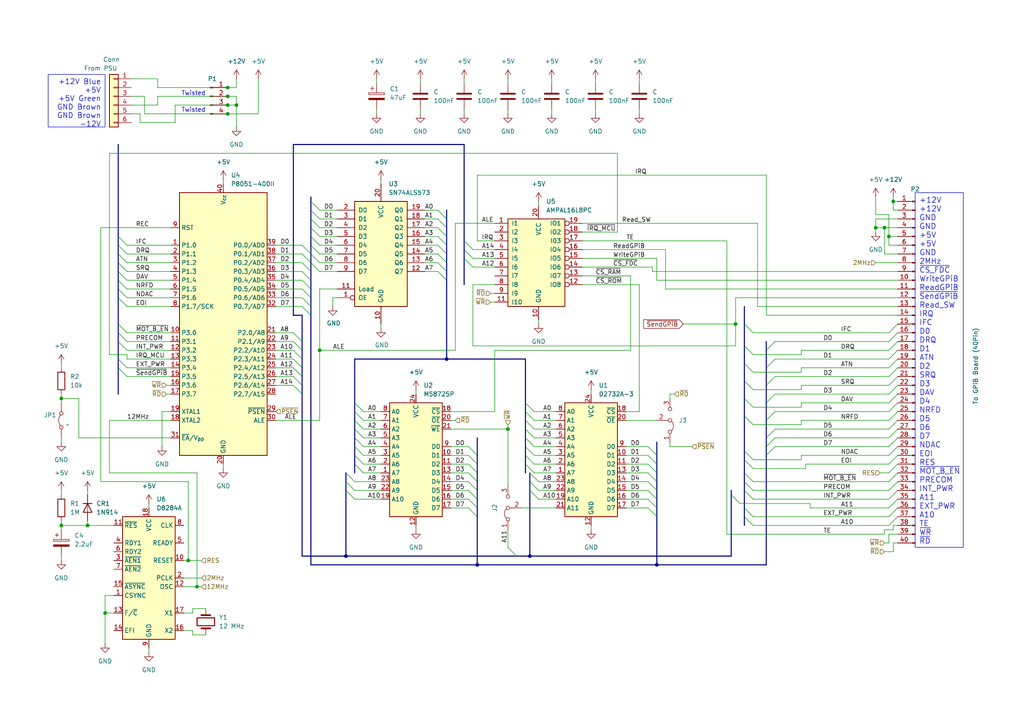
<source format=kicad_sch>
(kicad_sch (version 20231120) (generator "eeschema") (generator_version "8.0")
  (paper "A4")
  (title_block (company "JDat aka YL3AKC"))
  (junction (at 147.32 124.46))
  (junction (at 92.71 101.6))
  (junction (at 100.33 161.29))
  (junction (at 66.04 27.94))
  (junction (at 17.78 115.57))
  (junction (at 57.15 170.18))
  (junction (at 30.48 177.8))
  (junction (at 190.5 163.83))
  (junction (at 254 66.04))
  (junction (at 213.36 93.98))
  (junction (at 257.81 68.58))
  (junction (at 68.58 30.48))
  (junction (at 66.04 33.02))
  (junction (at 17.78 152.4))
  (junction (at 66.04 25.4))
  (junction (at 129.54 104.14))
  (junction (at 153.67 161.29))
  (junction (at 54.61 162.56))
  (junction (at 25.4 152.4))
  (junction (at 138.43 163.83))
  (junction (at 256.54 66.04))
  (junction (at 66.04 30.48))
  (junction (at 259.08 58.42))
  (bus_entry (at 222.25 116.84) (size 2.54 -2.54))
  (bus_entry (at 152.4 127) (size 2.54 2.54))
  (bus_entry (at 222.25 127) (size 2.54 -2.54))
  (bus_entry (at 152.4 132.08) (size 2.54 2.54))
  (bus_entry (at 257.81 114.3) (size 2.54 -2.54))
  (bus_entry (at 257.81 144.78) (size 2.54 -2.54))
  (bus_entry (at 135.89 139.7) (size 2.54 2.54))
  (bus_entry (at 215.9 110.49) (size 2.54 2.54))
  (bus_entry (at 102.87 121.92) (size 2.54 2.54))
  (bus_entry (at 257.81 152.4) (size 2.54 -2.54))
  (bus_entry (at 187.96 142.24) (size 2.54 2.54))
  (bus_entry (at 85.09 104.14) (size 2.54 2.54))
  (bus_entry (at 257.81 134.62) (size 2.54 -2.54))
  (bus_entry (at 257.81 147.32) (size 2.54 -2.54))
  (bus_entry (at 127 63.5) (size 2.54 2.54))
  (bus_entry (at 87.63 71.12) (size 2.54 2.54))
  (bus_entry (at 85.09 96.52) (size 2.54 2.54))
  (bus_entry (at 134.62 74.93) (size 2.54 2.54))
  (bus_entry (at 257.81 119.38) (size 2.54 -2.54))
  (bus_entry (at 257.81 109.22) (size 2.54 -2.54))
  (bus_entry (at 152.4 134.62) (size 2.54 2.54))
  (bus_entry (at 187.96 139.7) (size 2.54 2.54))
  (bus_entry (at 215.9 115.57) (size 2.54 2.54))
  (bus_entry (at 222.25 101.6) (size 2.54 -2.54))
  (bus_entry (at 257.81 121.92) (size 2.54 -2.54))
  (bus_entry (at 90.17 68.58) (size 2.54 2.54))
  (bus_entry (at 257.81 142.24) (size 2.54 -2.54))
  (bus_entry (at 127 71.12) (size 2.54 2.54))
  (bus_entry (at 257.81 106.68) (size 2.54 -2.54))
  (bus_entry (at 87.63 78.74) (size 2.54 2.54))
  (bus_entry (at 222.25 111.76) (size 2.54 -2.54))
  (bus_entry (at 102.87 127) (size 2.54 2.54))
  (bus_entry (at 135.89 144.78) (size 2.54 2.54))
  (bus_entry (at 257.81 116.84) (size 2.54 -2.54))
  (bus_entry (at 222.25 132.08) (size 2.54 -2.54))
  (bus_entry (at 34.29 76.2) (size 2.54 2.54))
  (bus_entry (at 90.17 60.96) (size 2.54 2.54))
  (bus_entry (at 135.89 129.54) (size 2.54 2.54))
  (bus_entry (at 100.33 142.24) (size 2.54 2.54))
  (bus_entry (at 102.87 129.54) (size 2.54 2.54))
  (bus_entry (at 152.4 119.38) (size 2.54 2.54))
  (bus_entry (at 187.96 144.78) (size 2.54 2.54))
  (bus_entry (at 85.09 99.06) (size 2.54 2.54))
  (bus_entry (at 85.09 109.22) (size 2.54 2.54))
  (bus_entry (at 152.4 116.84) (size 2.54 2.54))
  (bus_entry (at 102.87 119.38) (size 2.54 2.54))
  (bus_entry (at 102.87 116.84) (size 2.54 2.54))
  (bus_entry (at 34.29 68.58) (size 2.54 2.54))
  (bus_entry (at 257.81 137.16) (size 2.54 -2.54))
  (bus_entry (at 153.67 142.24) (size 2.54 2.54))
  (bus_entry (at 127 68.58) (size 2.54 2.54))
  (bus_entry (at 127 60.96) (size 2.54 2.54))
  (bus_entry (at 134.62 72.39) (size 2.54 2.54))
  (bus_entry (at 215.9 100.33) (size 2.54 2.54))
  (bus_entry (at 215.9 147.32) (size 2.54 2.54))
  (bus_entry (at 90.17 66.04) (size 2.54 2.54))
  (bus_entry (at 90.17 71.12) (size 2.54 2.54))
  (bus_entry (at 85.09 106.68) (size 2.54 2.54))
  (bus_entry (at 187.96 134.62) (size 2.54 2.54))
  (bus_entry (at 222.25 121.92) (size 2.54 -2.54))
  (bus_entry (at 257.81 129.54) (size 2.54 -2.54))
  (bus_entry (at 135.89 137.16) (size 2.54 2.54))
  (bus_entry (at 134.62 69.85) (size 2.54 2.54))
  (bus_entry (at 34.29 73.66) (size 2.54 2.54))
  (bus_entry (at 90.17 73.66) (size 2.54 2.54))
  (bus_entry (at 127 73.66) (size 2.54 2.54))
  (bus_entry (at 34.29 71.12) (size 2.54 2.54))
  (bus_entry (at 153.67 137.16) (size 2.54 2.54))
  (bus_entry (at 147.32 158.75) (size 2.54 2.54))
  (bus_entry (at 257.81 101.6) (size 2.54 -2.54))
  (bus_entry (at 127 76.2) (size 2.54 2.54))
  (bus_entry (at 87.63 76.2) (size 2.54 2.54))
  (bus_entry (at 152.4 129.54) (size 2.54 2.54))
  (bus_entry (at 212.09 143.51) (size 2.54 2.54))
  (bus_entry (at 102.87 132.08) (size 2.54 2.54))
  (bus_entry (at 215.9 149.86) (size 2.54 2.54))
  (bus_entry (at 34.29 81.28) (size 2.54 2.54))
  (bus_entry (at 34.29 104.14) (size 2.54 2.54))
  (bus_entry (at 90.17 63.5) (size 2.54 2.54))
  (bus_entry (at 127 66.04) (size 2.54 2.54))
  (bus_entry (at 100.33 139.7) (size 2.54 2.54))
  (bus_entry (at 127 78.74) (size 2.54 2.54))
  (bus_entry (at 215.9 120.65) (size 2.54 2.54))
  (bus_entry (at 135.89 134.62) (size 2.54 2.54))
  (bus_entry (at 34.29 78.74) (size 2.54 2.54))
  (bus_entry (at 257.81 139.7) (size 2.54 -2.54))
  (bus_entry (at 187.96 137.16) (size 2.54 2.54))
  (bus_entry (at 100.33 137.16) (size 2.54 2.54))
  (bus_entry (at 87.63 81.28) (size 2.54 2.54))
  (bus_entry (at 152.4 121.92) (size 2.54 2.54))
  (bus_entry (at 152.4 124.46) (size 2.54 2.54))
  (bus_entry (at 257.81 124.46) (size 2.54 -2.54))
  (bus_entry (at 135.89 132.08) (size 2.54 2.54))
  (bus_entry (at 215.9 137.16) (size 2.54 2.54))
  (bus_entry (at 34.29 83.82) (size 2.54 2.54))
  (bus_entry (at 34.29 106.68) (size 2.54 2.54))
  (bus_entry (at 34.29 86.36) (size 2.54 2.54))
  (bus_entry (at 153.67 139.7) (size 2.54 2.54))
  (bus_entry (at 87.63 88.9) (size 2.54 2.54))
  (bus_entry (at 257.81 104.14) (size 2.54 -2.54))
  (bus_entry (at 257.81 149.86) (size 2.54 -2.54))
  (bus_entry (at 135.89 142.24) (size 2.54 2.54))
  (bus_entry (at 257.81 132.08) (size 2.54 -2.54))
  (bus_entry (at 34.29 96.52) (size 2.54 2.54))
  (bus_entry (at 257.81 99.06) (size 2.54 -2.54))
  (bus_entry (at 222.25 106.68) (size 2.54 -2.54))
  (bus_entry (at 102.87 134.62) (size 2.54 2.54))
  (bus_entry (at 257.81 127) (size 2.54 -2.54))
  (bus_entry (at 135.89 147.32) (size 2.54 2.54))
  (bus_entry (at 102.87 124.46) (size 2.54 2.54))
  (bus_entry (at 257.81 111.76) (size 2.54 -2.54))
  (bus_entry (at 215.9 93.98) (size 2.54 2.54))
  (bus_entry (at 187.96 129.54) (size 2.54 2.54))
  (bus_entry (at 87.63 86.36) (size 2.54 2.54))
  (bus_entry (at 85.09 101.6) (size 2.54 2.54))
  (bus_entry (at 34.29 99.06) (size 2.54 2.54))
  (bus_entry (at 187.96 132.08) (size 2.54 2.54))
  (bus_entry (at 187.96 147.32) (size 2.54 2.54))
  (bus_entry (at 215.9 142.24) (size 2.54 2.54))
  (bus_entry (at 215.9 133.35) (size 2.54 2.54))
  (bus_entry (at 215.9 105.41) (size 2.54 2.54))
  (bus_entry (at 90.17 58.42) (size 2.54 2.54))
  (bus_entry (at 215.9 130.81) (size 2.54 2.54))
  (bus_entry (at 85.09 111.76) (size 2.54 2.54))
  (bus_entry (at 257.81 96.52) (size 2.54 -2.54))
  (bus_entry (at 87.63 73.66) (size 2.54 2.54))
  (bus_entry (at 34.29 93.98) (size 2.54 2.54))
  (bus_entry (at 222.25 129.54) (size 2.54 -2.54))
  (bus_entry (at 215.9 139.7) (size 2.54 2.54))
  (bus_entry (at 87.63 83.82) (size 2.54 2.54))
  (bus_entry (at 90.17 76.2) (size 2.54 2.54))
  (bus (pts (xy 102.87 124.46) (xy 102.87 127)))
  (bus (pts (xy 190.5 142.24) (xy 190.5 144.78)))
  (wire (pts (xy 256.54 66.04) (xy 260.35 66.04)))
  (wire (pts (xy 181.61 134.62) (xy 187.96 134.62)))
  (wire (pts (xy 121.92 33.02) (xy 121.92 31.75)))
  (bus (pts (xy 90.17 57.15) (xy 90.17 58.42)))
  (bus (pts (xy 190.5 149.86) (xy 190.5 163.83)))
  (wire (pts (xy 105.41 127) (xy 110.49 127)))
  (wire (pts (xy 17.78 114.3) (xy 17.78 115.57)))
  (wire (pts (xy 218.44 133.35) (xy 232.41 133.35)))
  (wire (pts (xy 53.34 170.18) (xy 57.15 170.18)))
  (wire (pts (xy 218.44 113.03) (xy 232.41 113.03)))
  (wire (pts (xy 25.4 142.24) (xy 25.4 143.51)))
  (wire (pts (xy 64.77 135.89) (xy 64.77 134.62)))
  (wire (pts (xy 260.35 81.28) (xy 190.5 81.28)))
  (wire (pts (xy 189.23 77.47) (xy 168.91 77.47)))
  (wire (pts (xy 137.16 100.33) (xy 137.16 82.55)))
  (bus (pts (xy 153.67 137.16) (xy 153.67 139.7)))
  (wire (pts (xy 123.19 71.12) (xy 127 71.12)))
  (wire (pts (xy 256.54 157.48) (xy 257.81 157.48)))
  (bus (pts (xy 152.4 116.84) (xy 152.4 104.14)))
  (wire (pts (xy 121.92 22.86) (xy 121.92 24.13)))
  (wire (pts (xy 80.01 78.74) (xy 87.63 78.74)))
  (wire (pts (xy 195.58 114.3) (xy 194.31 114.3)))
  (wire (pts (xy 80.01 111.76) (xy 85.09 111.76)))
  (wire (pts (xy 218.44 135.89) (xy 233.68 135.89)))
  (wire (pts (xy 160.02 33.02) (xy 160.02 31.75)))
  (wire (pts (xy 224.79 127) (xy 257.81 127)))
  (wire (pts (xy 218.44 152.4) (xy 257.81 152.4)))
  (wire (pts (xy 210.82 69.85) (xy 210.82 154.94)))
  (bus (pts (xy 87.63 99.06) (xy 87.63 101.6)))
  (bus (pts (xy 129.54 104.14) (xy 152.4 104.14)))
  (wire (pts (xy 123.19 66.04) (xy 127 66.04)))
  (wire (pts (xy 260.35 88.9) (xy 219.71 88.9)))
  (bus (pts (xy 90.17 73.66) (xy 90.17 76.2)))
  (bus (pts (xy 129.54 78.74) (xy 129.54 81.28)))
  (bus (pts (xy 87.63 91.44) (xy 85.09 91.44)))
  (bus (pts (xy 190.5 144.78) (xy 190.5 147.32)))
  (bus (pts (xy 34.29 93.98) (xy 34.29 86.36)))
  (wire (pts (xy 257.81 121.92) (xy 232.41 121.92)))
  (wire (pts (xy 130.81 124.46) (xy 147.32 124.46)))
  (wire (pts (xy 132.08 64.77) (xy 132.08 101.6)))
  (wire (pts (xy 181.61 119.38) (xy 185.42 119.38)))
  (bus (pts (xy 215.9 93.98) (xy 215.9 100.33)))
  (bus (pts (xy 100.33 142.24) (xy 100.33 161.29)))
  (wire (pts (xy 256.54 154.94) (xy 210.82 154.94)))
  (wire (pts (xy 46.99 119.38) (xy 46.99 129.54)))
  (wire (pts (xy 92.71 101.6) (xy 92.71 83.82)))
  (wire (pts (xy 213.36 93.98) (xy 213.36 100.33)))
  (wire (pts (xy 224.79 109.22) (xy 257.81 109.22)))
  (wire (pts (xy 31.75 44.45) (xy 179.07 44.45)))
  (wire (pts (xy 80.01 88.9) (xy 87.63 88.9)))
  (wire (pts (xy 22.86 127) (xy 22.86 115.57)))
  (wire (pts (xy 80.01 83.82) (xy 87.63 83.82)))
  (wire (pts (xy 109.22 33.02) (xy 109.22 31.75)))
  (bus (pts (xy 134.62 41.91) (xy 134.62 69.85)))
  (wire (pts (xy 259.08 160.02) (xy 259.08 157.48)))
  (wire (pts (xy 181.61 144.78) (xy 187.96 144.78)))
  (wire (pts (xy 66.04 25.4) (xy 45.72 25.4)))
  (wire (pts (xy 213.36 86.36) (xy 213.36 93.98)))
  (bus (pts (xy 190.5 134.62) (xy 190.5 137.16)))
  (bus (pts (xy 138.43 144.78) (xy 138.43 147.32)))
  (bus (pts (xy 129.54 71.12) (xy 129.54 73.66)))
  (bus (pts (xy 87.63 111.76) (xy 87.63 114.3)))
  (wire (pts (xy 181.61 121.92) (xy 190.5 121.92)))
  (wire (pts (xy 36.83 106.68) (xy 49.53 106.68)))
  (wire (pts (xy 234.95 147.32) (xy 257.81 147.32)))
  (bus (pts (xy 87.63 109.22) (xy 87.63 111.76)))
  (wire (pts (xy 45.72 27.94) (xy 66.04 27.94)))
  (bus (pts (xy 87.63 101.6) (xy 87.63 104.14)))
  (bus (pts (xy 100.33 161.29) (xy 87.63 161.29)))
  (wire (pts (xy 222.25 91.44) (xy 222.25 50.8)))
  (bus (pts (xy 34.29 71.12) (xy 34.29 68.58)))
  (wire (pts (xy 97.79 86.36) (xy 96.52 86.36)))
  (wire (pts (xy 151.13 147.32) (xy 161.29 147.32)))
  (wire (pts (xy 33.02 172.72) (xy 30.48 172.72)))
  (wire (pts (xy 48.26 111.76) (xy 49.53 111.76)))
  (bus (pts (xy 152.4 121.92) (xy 152.4 119.38)))
  (wire (pts (xy 130.81 129.54) (xy 135.89 129.54)))
  (wire (pts (xy 92.71 73.66) (xy 97.79 73.66)))
  (bus (pts (xy 34.29 73.66) (xy 34.29 71.12)))
  (wire (pts (xy 257.81 116.84) (xy 232.41 116.84)))
  (bus (pts (xy 129.54 66.04) (xy 129.54 68.58)))
  (wire (pts (xy 59.69 176.53) (xy 55.88 176.53)))
  (wire (pts (xy 105.41 137.16) (xy 110.49 137.16)))
  (wire (pts (xy 29.21 66.04) (xy 49.53 66.04)))
  (wire (pts (xy 179.07 67.31) (xy 168.91 67.31)))
  (wire (pts (xy 224.79 129.54) (xy 257.81 129.54)))
  (bus (pts (xy 222.25 129.54) (xy 222.25 132.08)))
  (bus (pts (xy 149.86 161.29) (xy 153.67 161.29)))
  (wire (pts (xy 260.35 71.12) (xy 257.81 71.12)))
  (wire (pts (xy 80.01 106.68) (xy 85.09 106.68)))
  (wire (pts (xy 30.48 177.8) (xy 30.48 186.69)))
  (wire (pts (xy 224.79 114.3) (xy 257.81 114.3)))
  (wire (pts (xy 189.23 78.74) (xy 189.23 77.47)))
  (wire (pts (xy 257.81 157.48) (xy 257.81 154.94)))
  (wire (pts (xy 232.41 116.84) (xy 232.41 118.11)))
  (wire (pts (xy 132.08 121.92) (xy 130.81 121.92)))
  (bus (pts (xy 152.4 124.46) (xy 152.4 121.92)))
  (bus (pts (xy 222.25 106.68) (xy 222.25 111.76)))
  (wire (pts (xy 181.61 137.16) (xy 187.96 137.16)))
  (bus (pts (xy 85.09 91.44) (xy 85.09 41.91)))
  (wire (pts (xy 17.78 115.57) (xy 17.78 116.84)))
  (bus (pts (xy 190.5 128.27) (xy 190.5 132.08)))
  (wire (pts (xy 193.04 83.82) (xy 193.04 72.39)))
  (wire (pts (xy 156.21 58.42) (xy 156.21 59.69)))
  (wire (pts (xy 80.01 81.28) (xy 87.63 81.28)))
  (wire (pts (xy 36.83 86.36) (xy 49.53 86.36)))
  (wire (pts (xy 260.35 60.96) (xy 259.08 60.96)))
  (wire (pts (xy 260.35 73.66) (xy 256.54 73.66)))
  (wire (pts (xy 55.88 182.88) (xy 53.34 182.88)))
  (wire (pts (xy 17.78 105.41) (xy 17.78 106.68)))
  (wire (pts (xy 219.71 88.9) (xy 219.71 64.77)))
  (wire (pts (xy 110.49 52.07) (xy 110.49 53.34)))
  (wire (pts (xy 256.54 153.67) (xy 256.54 154.94)))
  (wire (pts (xy 30.48 177.8) (xy 33.02 177.8)))
  (wire (pts (xy 31.75 121.92) (xy 31.75 137.16)))
  (bus (pts (xy 129.54 73.66) (xy 129.54 76.2)))
  (bus (pts (xy 129.54 68.58) (xy 129.54 71.12)))
  (wire (pts (xy 68.58 36.83) (xy 68.58 30.48)))
  (wire (pts (xy 80.01 99.06) (xy 85.09 99.06)))
  (wire (pts (xy 132.08 101.6) (xy 92.71 101.6)))
  (wire (pts (xy 142.24 85.09) (xy 143.51 85.09)))
  (wire (pts (xy 224.79 124.46) (xy 257.81 124.46)))
  (bus (pts (xy 222.25 101.6) (xy 222.25 106.68)))
  (bus (pts (xy 152.4 127) (xy 152.4 124.46)))
  (wire (pts (xy 80.01 104.14) (xy 85.09 104.14)))
  (wire (pts (xy 181.61 147.32) (xy 187.96 147.32)))
  (bus (pts (xy 102.87 127) (xy 102.87 129.54)))
  (wire (pts (xy 130.81 144.78) (xy 135.89 144.78)))
  (wire (pts (xy 160.02 22.86) (xy 160.02 24.13)))
  (wire (pts (xy 138.43 69.85) (xy 143.51 69.85)))
  (wire (pts (xy 68.58 30.48) (xy 68.58 27.94)))
  (wire (pts (xy 17.78 151.13) (xy 17.78 152.4)))
  (wire (pts (xy 123.19 76.2) (xy 127 76.2)))
  (wire (pts (xy 213.36 100.33) (xy 137.16 100.33)))
  (wire (pts (xy 147.32 153.67) (xy 147.32 158.75)))
  (wire (pts (xy 45.72 30.48) (xy 45.72 27.94)))
  (wire (pts (xy 147.32 22.86) (xy 147.32 24.13)))
  (wire (pts (xy 256.54 73.66) (xy 256.54 66.04)))
  (wire (pts (xy 130.81 132.08) (xy 135.89 132.08)))
  (wire (pts (xy 260.35 86.36) (xy 213.36 86.36)))
  (wire (pts (xy 194.31 114.3) (xy 194.31 115.57)))
  (wire (pts (xy 182.88 101.6) (xy 182.88 80.01)))
  (wire (pts (xy 218.44 144.78) (xy 257.81 144.78)))
  (wire (pts (xy 185.42 22.86) (xy 185.42 24.13)))
  (wire (pts (xy 80.01 101.6) (xy 85.09 101.6)))
  (wire (pts (xy 40.64 35.56) (xy 50.8 35.56)))
  (wire (pts (xy 154.94 132.08) (xy 161.29 132.08)))
  (wire (pts (xy 257.81 62.23) (xy 254 62.23)))
  (wire (pts (xy 102.87 139.7) (xy 110.49 139.7)))
  (wire (pts (xy 55.88 177.8) (xy 53.34 177.8)))
  (bus (pts (xy 90.17 88.9) (xy 90.17 91.44)))
  (wire (pts (xy 181.61 129.54) (xy 187.96 129.54)))
  (wire (pts (xy 260.35 63.5) (xy 254 63.5)))
  (wire (pts (xy 80.01 73.66) (xy 87.63 73.66)))
  (wire (pts (xy 50.8 30.48) (xy 66.04 30.48)))
  (wire (pts (xy 59.69 184.15) (xy 55.88 184.15)))
  (wire (pts (xy 38.1 30.48) (xy 45.72 30.48)))
  (bus (pts (xy 152.4 119.38) (xy 152.4 116.84)))
  (wire (pts (xy 130.81 139.7) (xy 135.89 139.7)))
  (wire (pts (xy 190.5 81.28) (xy 190.5 74.93)))
  (wire (pts (xy 36.83 76.2) (xy 49.53 76.2)))
  (wire (pts (xy 260.35 91.44) (xy 222.25 91.44)))
  (wire (pts (xy 232.41 106.68) (xy 232.41 107.95)))
  (wire (pts (xy 218.44 102.87) (xy 232.41 102.87)))
  (wire (pts (xy 130.81 137.16) (xy 135.89 137.16)))
  (wire (pts (xy 41.91 33.02) (xy 41.91 27.94)))
  (bus (pts (xy 90.17 60.96) (xy 90.17 63.5)))
  (wire (pts (xy 233.68 134.62) (xy 233.68 135.89)))
  (bus (pts (xy 215.9 137.16) (xy 215.9 139.7)))
  (wire (pts (xy 260.35 83.82) (xy 193.04 83.82)))
  (wire (pts (xy 255.27 137.16) (xy 257.81 137.16)))
  (wire (pts (xy 232.41 101.6) (xy 257.81 101.6)))
  (wire (pts (xy 142.24 87.63) (xy 143.51 87.63)))
  (wire (pts (xy 54.61 162.56) (xy 58.42 162.56)))
  (wire (pts (xy 257.81 106.68) (xy 232.41 106.68)))
  (wire (pts (xy 154.94 129.54) (xy 161.29 129.54)))
  (bus (pts (xy 90.17 63.5) (xy 90.17 66.04)))
  (wire (pts (xy 55.88 176.53) (xy 55.88 177.8)))
  (wire (pts (xy 254 66.04) (xy 256.54 66.04)))
  (wire (pts (xy 66.04 33.02) (xy 74.93 33.02)))
  (wire (pts (xy 218.44 139.7) (xy 257.81 139.7)))
  (bus (pts (xy 34.29 68.58) (xy 34.29 41.91)))
  (wire (pts (xy 257.81 71.12) (xy 257.81 68.58)))
  (bus (pts (xy 138.43 142.24) (xy 138.43 144.78)))
  (bus (pts (xy 152.4 137.16) (xy 152.4 134.62)))
  (bus (pts (xy 87.63 114.3) (xy 87.63 161.29)))
  (bus (pts (xy 212.09 142.24) (xy 212.09 143.51)))
  (bus (pts (xy 85.09 41.91) (xy 134.62 41.91)))
  (wire (pts (xy 168.91 69.85) (xy 210.82 69.85)))
  (wire (pts (xy 130.81 142.24) (xy 135.89 142.24)))
  (wire (pts (xy 53.34 162.56) (xy 54.61 162.56)))
  (bus (pts (xy 190.5 137.16) (xy 190.5 139.7)))
  (bus (pts (xy 212.09 143.51) (xy 212.09 161.29)))
  (bus (pts (xy 90.17 78.74) (xy 90.17 81.28)))
  (bus (pts (xy 222.25 116.84) (xy 222.25 121.92)))
  (bus (pts (xy 100.33 137.16) (xy 100.33 139.7)))
  (wire (pts (xy 105.41 129.54) (xy 110.49 129.54)))
  (bus (pts (xy 138.43 137.16) (xy 138.43 139.7)))
  (bus (pts (xy 134.62 74.93) (xy 134.62 82.55)))
  (wire (pts (xy 43.18 189.23) (xy 43.18 187.96)))
  (wire (pts (xy 156.21 144.78) (xy 161.29 144.78)))
  (wire (pts (xy 36.83 78.74) (xy 49.53 78.74)))
  (wire (pts (xy 147.32 123.19) (xy 147.32 124.46)))
  (wire (pts (xy 254 76.2) (xy 260.35 76.2)))
  (wire (pts (xy 156.21 139.7) (xy 161.29 139.7)))
  (wire (pts (xy 17.78 152.4) (xy 25.4 152.4)))
  (wire (pts (xy 172.72 33.02) (xy 172.72 31.75)))
  (wire (pts (xy 179.07 44.45) (xy 179.07 67.31)))
  (wire (pts (xy 30.48 172.72) (xy 30.48 177.8)))
  (bus (pts (xy 87.63 104.14) (xy 87.63 106.68)))
  (wire (pts (xy 38.1 33.02) (xy 40.64 33.02)))
  (wire (pts (xy 189.23 78.74) (xy 260.35 78.74)))
  (bus (pts (xy 153.67 142.24) (xy 153.67 161.29)))
  (wire (pts (xy 54.61 139.7) (xy 54.61 162.56)))
  (wire (pts (xy 254 66.04) (xy 254 67.31)))
  (wire (pts (xy 224.79 104.14) (xy 257.81 104.14)))
  (wire (pts (xy 55.88 184.15) (xy 55.88 182.88)))
  (bus (pts (xy 34.29 106.68) (xy 34.29 104.14)))
  (wire (pts (xy 66.04 27.94) (xy 68.58 27.94)))
  (wire (pts (xy 222.25 50.8) (xy 138.43 50.8)))
  (wire (pts (xy 254 63.5) (xy 254 66.04)))
  (bus (pts (xy 215.9 105.41) (xy 215.9 110.49)))
  (wire (pts (xy 134.62 22.86) (xy 134.62 24.13)))
  (wire (pts (xy 123.19 60.96) (xy 127 60.96)))
  (wire (pts (xy 137.16 72.39) (xy 143.51 72.39)))
  (wire (pts (xy 257.81 134.62) (xy 233.68 134.62)))
  (bus (pts (xy 215.9 149.86) (xy 215.9 152.4)))
  (wire (pts (xy 36.83 101.6) (xy 49.53 101.6)))
  (wire (pts (xy 123.19 73.66) (xy 127 73.66)))
  (wire (pts (xy 17.78 152.4) (xy 17.78 153.67)))
  (bus (pts (xy 34.29 76.2) (xy 34.29 73.66)))
  (bus (pts (xy 138.43 139.7) (xy 138.43 142.24)))
  (bus (pts (xy 90.17 86.36) (xy 90.17 88.9)))
  (bus (pts (xy 90.17 71.12) (xy 90.17 73.66)))
  (wire (pts (xy 120.65 113.03) (xy 120.65 114.3)))
  (bus (pts (xy 190.5 132.08) (xy 190.5 134.62)))
  (wire (pts (xy 92.71 66.04) (xy 97.79 66.04)))
  (wire (pts (xy 182.88 80.01) (xy 168.91 80.01)))
  (bus (pts (xy 138.43 132.08) (xy 138.43 134.62)))
  (wire (pts (xy 156.21 142.24) (xy 161.29 142.24)))
  (wire (pts (xy 137.16 77.47) (xy 143.51 77.47)))
  (wire (pts (xy 48.26 114.3) (xy 49.53 114.3)))
  (wire (pts (xy 57.15 170.18) (xy 58.42 170.18)))
  (bus (pts (xy 34.29 114.3) (xy 34.29 106.68)))
  (bus (pts (xy 215.9 133.35) (xy 215.9 137.16)))
  (wire (pts (xy 259.08 157.48) (xy 260.35 157.48)))
  (wire (pts (xy 54.61 139.7) (xy 29.21 139.7)))
  (wire (pts (xy 156.21 93.98) (xy 156.21 92.71)))
  (wire (pts (xy 36.83 73.66) (xy 49.53 73.66)))
  (wire (pts (xy 36.83 104.14) (xy 36.83 102.87)))
  (wire (pts (xy 105.41 119.38) (xy 110.49 119.38)))
  (bus (pts (xy 129.54 104.14) (xy 102.87 104.14)))
  (bus (pts (xy 152.4 134.62) (xy 152.4 132.08)))
  (wire (pts (xy 143.51 64.77) (xy 132.08 64.77)))
  (wire (pts (xy 154.94 134.62) (xy 161.29 134.62)))
  (wire (pts (xy 105.41 132.08) (xy 110.49 132.08)))
  (wire (pts (xy 232.41 132.08) (xy 232.41 133.35)))
  (wire (pts (xy 185.42 33.02) (xy 185.42 31.75)))
  (wire (pts (xy 256.54 160.02) (xy 259.08 160.02)))
  (wire (pts (xy 257.81 68.58) (xy 257.81 62.23)))
  (wire (pts (xy 134.62 33.02) (xy 134.62 31.75)))
  (wire (pts (xy 36.83 99.06) (xy 49.53 99.06)))
  (wire (pts (xy 49.53 104.14) (xy 36.83 104.14)))
  (wire (pts (xy 31.75 102.87) (xy 31.75 44.45)))
  (wire (pts (xy 138.43 50.8) (xy 138.43 69.85)))
  (wire (pts (xy 147.32 124.46) (xy 147.32 140.97)))
  (wire (pts (xy 80.01 109.22) (xy 85.09 109.22)))
  (wire (pts (xy 49.53 127) (xy 22.86 127)))
  (wire (pts (xy 154.94 137.16) (xy 161.29 137.16)))
  (bus (pts (xy 102.87 119.38) (xy 102.87 121.92)))
  (bus (pts (xy 215.9 139.7) (xy 215.9 142.24)))
  (wire (pts (xy 102.87 142.24) (xy 110.49 142.24)))
  (bus (pts (xy 215.9 110.49) (xy 215.9 115.57)))
  (wire (pts (xy 190.5 74.93) (xy 168.91 74.93)))
  (bus (pts (xy 215.9 142.24) (xy 215.9 147.32)))
  (bus (pts (xy 100.33 139.7) (xy 100.33 142.24)))
  (wire (pts (xy 259.08 58.42) (xy 259.08 57.15)))
  (wire (pts (xy 68.58 22.86) (xy 68.58 25.4)))
  (bus (pts (xy 90.17 66.04) (xy 90.17 68.58)))
  (bus (pts (xy 138.43 149.86) (xy 138.43 163.83)))
  (wire (pts (xy 36.83 88.9) (xy 49.53 88.9)))
  (wire (pts (xy 137.16 82.55) (xy 143.51 82.55)))
  (wire (pts (xy 232.41 101.6) (xy 232.41 102.87)))
  (bus (pts (xy 138.43 147.32) (xy 138.43 149.86)))
  (bus (pts (xy 190.5 139.7) (xy 190.5 142.24)))
  (wire (pts (xy 257.81 111.76) (xy 232.41 111.76)))
  (wire (pts (xy 147.32 33.02) (xy 147.32 31.75)))
  (wire (pts (xy 17.78 161.29) (xy 17.78 162.56)))
  (bus (pts (xy 100.33 161.29) (xy 149.86 161.29)))
  (bus (pts (xy 138.43 134.62) (xy 138.43 137.16)))
  (wire (pts (xy 80.01 121.92) (xy 92.71 121.92)))
  (wire (pts (xy 171.45 153.67) (xy 171.45 152.4)))
  (wire (pts (xy 49.53 119.38) (xy 46.99 119.38)))
  (wire (pts (xy 36.83 83.82) (xy 49.53 83.82)))
  (wire (pts (xy 260.35 152.4) (xy 259.08 152.4)))
  (bus (pts (xy 138.43 127) (xy 138.43 132.08)))
  (wire (pts (xy 218.44 107.95) (xy 232.41 107.95)))
  (wire (pts (xy 193.04 72.39) (xy 168.91 72.39)))
  (wire (pts (xy 130.81 147.32) (xy 135.89 147.32)))
  (wire (pts (xy 41.91 27.94) (xy 38.1 27.94)))
  (wire (pts (xy 172.72 22.86) (xy 172.72 24.13)))
  (wire (pts (xy 130.81 119.38) (xy 143.51 119.38)))
  (wire (pts (xy 22.86 115.57) (xy 17.78 115.57)))
  (wire (pts (xy 74.93 22.86) (xy 74.93 33.02)))
  (bus (pts (xy 222.25 99.06) (xy 222.25 101.6)))
  (bus (pts (xy 90.17 68.58) (xy 90.17 71.12)))
  (wire (pts (xy 31.75 102.87) (xy 36.83 102.87)))
  (wire (pts (xy 57.15 137.16) (xy 57.15 170.18)))
  (wire (pts (xy 45.72 25.4) (xy 45.72 22.86)))
  (wire (pts (xy 194.31 128.27) (xy 194.31 129.54)))
  (bus (pts (xy 102.87 104.14) (xy 102.87 116.84)))
  (bus (pts (xy 34.29 99.06) (xy 34.29 96.52)))
  (wire (pts (xy 96.52 86.36) (xy 96.52 88.9)))
  (wire (pts (xy 254 62.23) (xy 254 57.15)))
  (bus (pts (xy 215.9 115.57) (xy 215.9 120.65)))
  (bus (pts (xy 102.87 116.84) (xy 102.87 119.38)))
  (wire (pts (xy 181.61 132.08) (xy 187.96 132.08)))
  (wire (pts (xy 198.12 93.98) (xy 213.36 93.98)))
  (wire (pts (xy 36.83 81.28) (xy 49.53 81.28)))
  (wire (pts (xy 224.79 99.06) (xy 257.81 99.06)))
  (wire (pts (xy 218.44 118.11) (xy 232.41 118.11)))
  (bus (pts (xy 190.5 147.32) (xy 190.5 149.86)))
  (wire (pts (xy 110.49 95.25) (xy 110.49 93.98)))
  (wire (pts (xy 137.16 74.93) (xy 143.51 74.93)))
  (bus (pts (xy 215.9 130.81) (xy 215.9 133.35)))
  (bus (pts (xy 34.29 83.82) (xy 34.29 81.28)))
  (bus (pts (xy 153.67 161.29) (xy 212.09 161.29)))
  (wire (pts (xy 154.94 127) (xy 161.29 127)))
  (bus (pts (xy 87.63 106.68) (xy 87.63 109.22)))
  (wire (pts (xy 17.78 142.24) (xy 17.78 143.51)))
  (wire (pts (xy 185.42 119.38) (xy 185.42 82.55)))
  (bus (pts (xy 190.5 163.83) (xy 222.25 163.83)))
  (bus (pts (xy 222.25 121.92) (xy 222.25 127)))
  (wire (pts (xy 105.41 121.92) (xy 110.49 121.92)))
  (bus (pts (xy 138.43 163.83) (xy 190.5 163.83)))
  (wire (pts (xy 36.83 109.22) (xy 49.53 109.22)))
  (bus (pts (xy 34.29 81.28) (xy 34.29 78.74)))
  (wire (pts (xy 92.71 78.74) (xy 97.79 78.74)))
  (bus (pts (xy 222.25 111.76) (xy 222.25 116.84)))
  (wire (pts (xy 92.71 71.12) (xy 97.79 71.12)))
  (bus (pts (xy 153.67 139.7) (xy 153.67 142.24)))
  (bus (pts (xy 34.29 96.52) (xy 34.29 93.98)))
  (wire (pts (xy 53.34 167.64) (xy 58.42 167.64)))
  (bus (pts (xy 138.43 163.83) (xy 90.17 163.83)))
  (bus (pts (xy 87.63 91.44) (xy 87.63 99.06)))
  (wire (pts (xy 154.94 121.92) (xy 161.29 121.92)))
  (wire (pts (xy 25.4 152.4) (xy 33.02 152.4)))
  (wire (pts (xy 218.44 96.52) (xy 257.81 96.52)))
  (wire (pts (xy 120.65 153.67) (xy 120.65 152.4)))
  (wire (pts (xy 92.71 76.2) (xy 97.79 76.2)))
  (wire (pts (xy 154.94 119.38) (xy 161.29 119.38)))
  (bus (pts (xy 102.87 129.54) (xy 102.87 132.08)))
  (wire (pts (xy 66.04 33.02) (xy 41.91 33.02)))
  (wire (pts (xy 171.45 113.03) (xy 171.45 114.3)))
  (wire (pts (xy 64.77 52.07) (xy 64.77 53.34)))
  (wire (pts (xy 92.71 63.5) (xy 97.79 63.5)))
  (bus (pts (xy 134.62 72.39) (xy 134.62 74.93)))
  (wire (pts (xy 66.04 30.48) (xy 68.58 30.48)))
  (wire (pts (xy 259.08 152.4) (xy 259.08 153.67)))
  (wire (pts (xy 45.72 22.86) (xy 38.1 22.86)))
  (wire (pts (xy 214.63 146.05) (xy 234.95 146.05)))
  (bus (pts (xy 222.25 132.08) (xy 222.25 163.83)))
  (wire (pts (xy 80.01 76.2) (xy 87.63 76.2)))
  (bus (pts (xy 152.4 132.08) (xy 152.4 129.54)))
  (wire (pts (xy 143.51 101.6) (xy 182.88 101.6)))
  (wire (pts (xy 143.51 119.38) (xy 143.51 101.6)))
  (wire (pts (xy 66.04 25.4) (xy 68.58 25.4)))
  (wire (pts (xy 80.01 96.52) (xy 85.09 96.52)))
  (wire (pts (xy 25.4 151.13) (xy 25.4 152.4)))
  (wire (pts (xy 181.61 142.24) (xy 187.96 142.24)))
  (bus (pts (xy 90.17 81.28) (xy 90.17 83.82)))
  (bus (pts (xy 90.17 76.2) (xy 90.17 78.74)))
  (wire (pts (xy 259.08 60.96) (xy 259.08 58.42)))
  (wire (pts (xy 123.19 63.5) (xy 127 63.5)))
  (bus (pts (xy 215.9 120.65) (xy 215.9 130.81)))
  (wire (pts (xy 232.41 121.92) (xy 232.41 123.19)))
  (wire (pts (xy 232.41 123.19) (xy 218.44 123.19)))
  (wire (pts (xy 257.81 154.94) (xy 260.35 154.94)))
  (wire (pts (xy 92.71 83.82) (xy 97.79 83.82)))
  (wire (pts (xy 259.08 153.67) (xy 256.54 153.67)))
  (wire (pts (xy 43.18 146.05) (xy 43.18 147.32)))
  (wire (pts (xy 80.01 86.36) (xy 87.63 86.36)))
  (bus (pts (xy 129.54 81.28) (xy 129.54 104.14)))
  (wire (pts (xy 219.71 64.77) (xy 168.91 64.77)))
  (wire (pts (xy 218.44 142.24) (xy 257.81 142.24)))
  (wire (pts (xy 194.31 129.54) (xy 200.66 129.54)))
  (wire (pts (xy 185.42 82.55) (xy 168.91 82.55)))
  (wire (pts (xy 224.79 119.38) (xy 257.81 119.38)))
  (bus (pts (xy 90.17 91.44) (xy 90.17 163.83)))
  (bus (pts (xy 152.4 129.54) (xy 152.4 127)))
  (wire (pts (xy 123.19 78.74) (xy 127 78.74)))
  (wire (pts (xy 40.64 33.02) (xy 40.64 35.56)))
  (wire (pts (xy 92.71 68.58) (xy 97.79 68.58)))
  (bus (pts (xy 215.9 147.32) (xy 215.9 149.86)))
  (bus (pts (xy 102.87 121.92) (xy 102.87 124.46)))
  (bus (pts (xy 90.17 58.42) (xy 90.17 60.96)))
  (wire (pts (xy 36.83 71.12) (xy 49.53 71.12)))
  (wire (pts (xy 80.01 71.12) (xy 87.63 71.12)))
  (bus (pts (xy 215.9 88.9) (xy 215.9 93.98)))
  (wire (pts (xy 31.75 137.16) (xy 57.15 137.16)))
  (wire (pts (xy 29.21 66.04) (xy 29.21 139.7)))
  (bus (pts (xy 134.62 69.85) (xy 134.62 72.39)))
  (bus (pts (xy 129.54 60.96) (xy 129.54 63.5)))
  (bus (pts (xy 34.29 104.14) (xy 34.29 99.06)))
  (wire (pts (xy 92.71 121.92) (xy 92.71 101.6)))
  (wire (pts (xy 218.44 149.86) (xy 257.81 149.86)))
  (wire (pts (xy 257.81 132.08) (xy 232.41 132.08)))
  (wire (pts (xy 102.87 144.78) (xy 110.49 144.78)))
  (wire (pts (xy 130.81 134.62) (xy 135.89 134.62)))
  (wire (pts (xy 49.53 121.92) (xy 31.75 121.92)))
  (bus (pts (xy 129.54 63.5) (xy 129.54 66.04)))
  (bus (pts (xy 90.17 83.82) (xy 90.17 86.36)))
  (bus (pts (xy 102.87 132.08) (xy 102.87 134.62)))
  (wire (pts (xy 50.8 35.56) (xy 50.8 30.48)))
  (wire (pts (xy 17.78 127) (xy 17.78 128.27)))
  (bus (pts (xy 129.54 76.2) (xy 129.54 78.74)))
  (wire (pts (xy 234.95 147.32) (xy 234.95 146.05)))
  (bus (pts (xy 34.29 78.74) (xy 34.29 76.2)))
  (wire (pts (xy 232.41 111.76) (xy 232.41 113.03)))
  (bus (pts (xy 215.9 100.33) (xy 215.9 105.41)))
  (bus (pts (xy 102.87 134.62) (xy 102.87 137.16)))
  (wire (pts (xy 105.41 124.46) (xy 110.49 124.46)))
  (bus (pts (xy 222.25 127) (xy 222.25 129.54)))
  (wire (pts (xy 123.19 68.58) (xy 127 68.58)))
  (wire (pts (xy 105.41 134.62) (xy 110.49 134.62)))
  (wire (pts (xy 154.94 124.46) (xy 161.29 124.46)))
  (wire (pts (xy 36.83 96.52) (xy 49.53 96.52)))
  (wire (pts (xy 109.22 22.86) (xy 109.22 24.13)))
  (wire (pts (xy 260.35 68.58) (xy 257.81 68.58)))
  (wire (pts (xy 260.35 58.42) (xy 259.08 58.42)))
  (wire (pts (xy 92.71 60.96) (xy 97.79 60.96)))
  (bus (pts (xy 34.29 86.36) (xy 34.29 83.82)))
  (wire (pts (xy 181.61 139.7) (xy 187.96 139.7)))
  (text_box "+12V\n+12V\nGND\nGND\n+5V\n+5V\nGND\n2MHz\n~{CS_FDC}\nWriteGPiB\nReadGPiB\n~{SendGPiB}\nRead_SW\nIRQ\nIFC\nD0\nDRQ\nD1\nATN\nD2\nSRQ\nD3\nDAV\nD4\nNRFD\nD5\nD6\nD7\nNDAC\nEOI\nRES\n~{MOT_B_EN}\nPRECOM\nINT_PWR\nA11\nEXT_PWR\nA10\nТЕ\n~{WR}\n~{RD}" (at 265.43 55.88 0) (size 13.97 102.87) (effects (font (size 1.5748 1.5748)) (justify left top)))
  (text_box "+12V Blue\n+5V\n+5V Green\nGND Brown\nGND Brown\n-12V" (at 13.97 21.59 0) (size 16.51 15.24) (effects (font (size 1.524 1.524)) (justify right top)))
  (text "Twisted" (at 56.134 27.178 0) (effects (font (size 1.27 1.27))))
  (text "Twisted" (at 56.134 32.004 0) (effects (font (size 1.27 1.27))))
  (label "NRFD" (at 39.37 83.82 0))
  (label "A8" (at 157.48 139.7 0))
  (label "D2" (at 238.76 109.22 0))
  (label "A7" (at 123.19 78.74 0))
  (label "D6" (at 81.28 86.36 0))
  (label "SRQ" (at 243.84 111.76 0))
  (label "ATN" (at 39.37 76.2 0))
  (label "A9" (at 81.28 99.06 0))
  (label "A8" (at 81.28 96.52 0))
  (label "D0" (at 182.88 129.54 0))
  (label "ТЕ" (at 238.76 154.94 0))
  (label "Read_SW" (at 180.34 64.77 0))
  (label "NRFD" (at 243.84 121.92 0))
  (label "D4" (at 238.76 119.38 0))
  (label "A4" (at 157.48 129.54 0))
  (label "NDAC" (at 39.37 86.36 0))
  (label "DAV" (at 243.84 116.84 0))
  (label "D4" (at 182.88 139.7 0))
  (label "D5" (at 238.76 124.46 0))
  (label "D6" (at 132.08 144.78 0))
  (label "D4" (at 93.98 71.12 0))
  (label "A2" (at 157.48 124.46 0))
  (label "A14" (at 139.7 72.39 0))
  (label "D0" (at 132.08 129.54 0))
  (label "ATN" (at 243.84 106.68 0))
  (label "A12" (at 81.28 106.68 0))
  (label "A6" (at 123.19 76.2 0))
  (label "~{CS_FDC}" (at 177.8 77.47 0))
  (label "A6" (at 106.68 134.62 0))
  (label "A13" (at 139.7 74.93 0))
  (label "DRQ" (at 243.84 101.6 0))
  (label "A1" (at 157.48 121.92 0))
  (label "A0" (at 157.48 119.38 0))
  (label "A7" (at 157.48 137.16 0))
  (label "IFC" (at 243.84 96.52 0))
  (label "12MHz" (at 36.83 121.92 0))
  (label "D0" (at 81.28 71.12 0))
  (label "ReadGPiB" (at 177.8 72.39 0))
  (label "~{CS_ROM}" (at 172.72 82.55 0))
  (label "EXT_PWR" (at 238.76 149.86 0))
  (label "D7" (at 93.98 78.74 0))
  (label "A5" (at 106.68 132.08 0))
  (label "~{MOT_B_EN}" (at 238.76 139.7 0))
  (label "A3" (at 123.19 68.58 0))
  (label "A5" (at 123.19 73.66 0))
  (label "~{IRQ_MCU}" (at 170.18 67.31 0))
  (label "D1" (at 93.98 63.5 0))
  (label "D3" (at 81.28 78.74 0))
  (label "~{SendGPiB}" (at 39.37 109.22 0))
  (label "D2" (at 182.88 134.62 0))
  (label "PRECOM" (at 39.37 99.06 0))
  (label "~{CS_RAM}" (at 172.72 80.01 0))
  (label "D0" (at 238.76 99.06 0))
  (label "A1" (at 106.68 121.92 0))
  (label "A2" (at 123.19 66.04 0))
  (label "REC" (at 39.37 66.04 0))
  (label "IRQ" (at 184.15 50.8 0))
  (label "INT_PWR" (at 39.37 101.6 0))
  (label "A6" (at 157.48 134.62 0))
  (label "D7" (at 182.88 147.32 0))
  (label "PRECOM" (at 238.76 142.24 0))
  (label "D7" (at 238.76 129.54 0))
  (label "A10" (at 157.48 144.78 0))
  (label "A10" (at 81.28 101.6 0))
  (label "D6" (at 93.98 76.2 0))
  (label "A8" (at 106.68 139.7 0))
  (label "D7" (at 81.28 88.9 0))
  (label "A0" (at 123.19 60.96 0))
  (label "SRQ" (at 39.37 78.74 0))
  (label "D4" (at 81.28 81.28 0))
  (label "A10" (at 243.84 152.4 0))
  (label "ТЕ" (at 181.61 69.85 0))
  (label "D5" (at 132.08 142.24 0))
  (label "D5" (at 182.88 142.24 0))
  (label "A11" (at 147.32 157.48 90))
  (label "A3" (at 106.68 127 0))
  (label "A9" (at 106.68 142.24 0))
  (label "D5" (at 81.28 83.82 0))
  (label "A3" (at 157.48 127 0))
  (label "NDAC" (at 243.84 132.08 0))
  (label "A12" (at 139.7 77.47 0))
  (label "D1" (at 238.76 104.14 0))
  (label "D2" (at 132.08 134.62 0))
  (label "IRQ_MCU" (at 39.37 104.14 0))
  (label "D7" (at 132.08 147.32 0))
  (label "A9" (at 157.48 142.24 0))
  (label "A5" (at 157.48 132.08 0))
  (label "D2" (at 81.28 76.2 0))
  (label "A4" (at 106.68 129.54 0))
  (label "A13" (at 81.28 109.22 0))
  (label "ALE" (at 139.7 64.77 0))
  (label "D3" (at 93.98 68.58 0))
  (label "ALE" (at 82.55 121.92 0))
  (label "A4" (at 123.19 71.12 0))
  (label "A1" (at 123.19 63.5 0))
  (label "DRQ" (at 39.37 73.66 0))
  (label "D3" (at 238.76 114.3 0))
  (label "INT_PWR" (at 238.76 144.78 0))
  (label "A7" (at 106.68 137.16 0))
  (label "D1" (at 132.08 132.08 0))
  (label "EOI" (at 39.37 88.9 0))
  (label "A11" (at 243.84 147.32 0))
  (label "D1" (at 81.28 73.66 0))
  (label "D6" (at 182.88 144.78 0))
  (label "D3" (at 132.08 137.16 0))
  (label "D3" (at 182.88 137.16 0))
  (label "D1" (at 182.88 132.08 0))
  (label "IRQ" (at 139.7 69.85 0))
  (label "D5" (at 93.98 73.66 0))
  (label "A11" (at 81.28 104.14 0))
  (label "DAV" (at 39.37 81.28 0))
  (label "D2" (at 93.98 66.04 0))
  (label "EOI" (at 243.84 134.62 0))
  (label "A14" (at 81.28 111.76 0))
  (label "EXT_PWR" (at 39.37 106.68 0))
  (label "IFC" (at 39.37 71.12 0))
  (label "A2" (at 106.68 124.46 0))
  (label "~{MOT_B_EN}" (at 39.37 96.52 0))
  (label "A10" (at 106.68 144.78 0))
  (label "WriteGPiB" (at 177.8 74.93 0))
  (label "ALE" (at 96.52 101.6 0))
  (label "D0" (at 93.98 60.96 0))
  (label "D4" (at 132.08 139.7 0))
  (label "D6" (at 238.76 127 0))
  (label "A0" (at 106.68 119.38 0))
  (global_label "~{SendGPiB}" (shape input) (at 198.12 93.98 180) (property "Intersheetrefs" "${INTERSHEET_REFS}" (effects (hide yes))))
  (hierarchical_label "~{WR}" (shape input) (at 256.54 157.48 180))
  (hierarchical_label "~{WR}" (shape input) (at 142.24 87.63 180))
  (hierarchical_label "~{RD}" (shape input) (at 256.54 160.02 180))
  (hierarchical_label "~{RD}" (shape input) (at 48.26 114.3 180))
  (hierarchical_label "~{PSEN}" (shape input) (at 80.01 119.38 0))
  (hierarchical_label "~{RD}" (shape input) (at 132.08 121.92 0))
  (hierarchical_label "~{WR}" (shape input) (at 147.32 123.19 90))
  (hierarchical_label "RES" (shape input) (at 58.42 162.56 0))
  (hierarchical_label "~{WR}" (shape input) (at 48.26 111.76 180))
  (hierarchical_label "2MHz" (shape input) (at 58.42 167.64 0))
  (hierarchical_label "~{RD}" (shape input) (at 142.24 85.09 180))
  (hierarchical_label "2MHz" (shape input) (at 254 76.2 180))
  (hierarchical_label "~{PSEN}" (shape input) (at 200.66 129.54 0))
  (hierarchical_label "12MHz" (shape input) (at 58.42 170.18 0))
  (hierarchical_label "RES" (shape input) (at 255.27 137.16 180))
  (hierarchical_label "~{RD}" (shape input) (at 195.58 114.3 0))
  (symbol (lib_id "Jumper:Jumper_2_Bridged") (at 17.78 121.92 90) (unit 1) (exclude_from_sim yes)
    (property "Reference" "JP1" (at 12.7 120.396 90) (effects (justify right)))
    (property "Value" "~" (at 19.05 123.1899 90) (effects (justify right)))
    (property "Description" "Jumper, 2-pole, closed/bridged" (effects (hide yes)))
  )
  (symbol (lib_id "power:GND") (at 30.48 186.69 0) (unit 1)
    (property "Reference" "#PWR040" (effects (hide yes)))
    (property "Value" "GND" (at 30.48 191.77 0))
    (property "Description" "Power symbol creates a global label with name \"GND\" , ground" (effects (hide yes)))
  )
  (symbol (lib_id "power:+5V") (at 121.92 22.86 0) (unit 1)
    (property "Reference" "#PWR023" (effects (hide yes)))
    (property "Value" "+5V" (at 121.92 17.78 0))
    (property "Description" "Power symbol creates a global label with name \"+5V\"" (effects (hide yes)))
  )
  (symbol (lib_id "Jumper:Jumper_3_Bridged12") (at 194.31 121.92 270) (mirror x) (unit 1) (exclude_from_sim yes) (in_bom no)
    (property "Reference" "J3" (at 196.85 121.9199 90) (effects (justify left)))
    (property "Value" "Jumper_3_Bridged12" (effects (hide yes)))
    (property "Description" "Jumper, 3-pole, pins 1+2 closed/bridged" (effects (hide yes)))
  )
  (symbol (lib_id "power:GND") (at 185.42 33.02 0) (unit 1)
    (property "Reference" "#PWR034" (effects (hide yes)))
    (property "Value" "GND" (at 185.42 38.1 0))
    (property "Description" "Power symbol creates a global label with name \"GND\" , ground" (effects (hide yes)))
  )
  (symbol (lib_id "power:GND") (at 147.32 33.02 0) (unit 1)
    (property "Reference" "#PWR028" (effects (hide yes)))
    (property "Value" "GND" (at 147.32 38.1 0))
    (property "Description" "Power symbol creates a global label with name \"GND\" , ground" (effects (hide yes)))
  )
  (symbol (lib_id "power:GND") (at 156.21 93.98 0) (unit 1)
    (property "Reference" "#PWR052" (effects (hide yes)))
    (property "Value" "GND" (at 156.21 99.06 0))
    (property "Description" "Power symbol creates a global label with name \"GND\" , ground" (effects (hide yes)))
  )
  (symbol (lib_id "power:+12V") (at 259.08 57.15 0) (unit 1)
    (property "Reference" "#PWR020" (effects (hide yes)))
    (property "Value" "+12V" (at 259.08 52.07 0))
    (property "Description" "Power symbol creates a global label with name \"+12V\"" (effects (hide yes)))
  )
  (symbol (lib_id "Connector:Conn_01x04_Pin") (at 60.96 27.94 0) (unit 1)
    (property "Reference" "P1" (at 61.595 22.86 0))
    (property "Value" "Conn_01x04_Pin" (effects (hide yes)))
    (property "Description" "Generic connector, single row, 01x04, script generated" (effects (hide yes)))
  )
  (symbol (lib_id "Device:C") (at 185.42 27.94 0) (unit 1)
    (property "Reference" "C" (at 189.23 26.6699 0) (effects (justify left)))
    (property "Value" "100nF" (at 189.23 29.2099 0) (effects (justify left)))
    (property "Footprint" "Capacitor_THT:C_Disc_D4.3mm_W1.9mm_P5.00mm" (effects (hide yes)))
    (property "Description" "Unpolarized capacitor" (effects (hide yes)))
  )
  (symbol (lib_id "power:+5V") (at 185.42 22.86 0) (unit 1)
    (property "Reference" "#PWR033" (effects (hide yes)))
    (property "Value" "+5V" (at 185.42 17.78 0))
    (property "Description" "Power symbol creates a global label with name \"+5V\"" (effects (hide yes)))
  )
  (symbol (lib_id "power:GND") (at 254 67.31 0) (unit 1)
    (property "Reference" "#PWR042" (effects (hide yes)))
    (property "Value" "GND" (at 254 72.39 0))
    (property "Description" "Power symbol creates a global label with name \"GND\" , ground" (effects (hide yes)))
  )
  (symbol (lib_id "power:GND") (at 160.02 33.02 0) (unit 1)
    (property "Reference" "#PWR030" (effects (hide yes)))
    (property "Value" "GND" (at 160.02 38.1 0))
    (property "Description" "Power symbol creates a global label with name \"GND\" , ground" (effects (hide yes)))
  )
  (symbol (lib_id "power:GND") (at 109.22 33.02 0) (unit 1)
    (property "Reference" "#PWR022" (effects (hide yes)))
    (property "Value" "GND" (at 109.22 38.1 0))
    (property "Description" "Power symbol creates a global label with name \"GND\" , ground" (effects (hide yes)))
  )
  (symbol (lib_id "Device:R") (at 17.78 147.32 0) (unit 1)
    (property "Reference" "R1" (at 20.32 146.0499 0) (effects (justify left)))
    (property "Value" "1M" (at 20.32 148.5899 0) (effects (justify left)))
    (property "Footprint" "Resistor_THT:R_Axial_DIN0309_L9.0mm_D3.2mm_P12.70mm_Horizontal" (effects (hide yes)))
    (property "Description" "Resistor" (effects (hide yes)))
  )
  (symbol (lib_id "power:GND") (at 172.72 33.02 0) (unit 1)
    (property "Reference" "#PWR032" (effects (hide yes)))
    (property "Value" "GND" (at 172.72 38.1 0))
    (property "Description" "Power symbol creates a global label with name \"GND\" , ground" (effects (hide yes)))
  )
  (symbol (lib_id "Device:C") (at 147.32 27.94 0) (unit 1)
    (property "Reference" "C" (at 151.13 26.6699 0) (effects (justify left)))
    (property "Value" "100nF" (at 151.13 29.2099 0) (effects (justify left)))
    (property "Footprint" "Capacitor_THT:C_Disc_D4.3mm_W1.9mm_P5.00mm" (effects (hide yes)))
    (property "Description" "Unpolarized capacitor" (effects (hide yes)))
  )
  (symbol (lib_id "power:GND") (at 68.58 36.83 0) (unit 1)
    (property "Reference" "#PWR019" (effects (hide yes)))
    (property "Value" "GND" (at 68.58 41.91 0))
    (property "Description" "Power symbol creates a global label with name \"GND\" , ground" (effects (hide yes)))
  )
  (symbol (lib_id "power:+5V") (at 25.4 142.24 0) (unit 1)
    (property "Reference" "#PWR039" (effects (hide yes)))
    (property "Value" "+5V" (at 25.4 137.16 0))
    (property "Description" "Power symbol creates a global label with name \"+5V\"" (effects (hide yes)))
  )
  (symbol (lib_id "power:+5V") (at 43.18 146.05 0) (unit 1)
    (property "Reference" "#PWR035" (effects (hide yes)))
    (property "Value" "+5V" (at 43.18 140.97 0))
    (property "Description" "Power symbol creates a global label with name \"+5V\"" (effects (hide yes)))
  )
  (symbol (lib_id "power:GND") (at 134.62 33.02 0) (unit 1)
    (property "Reference" "#PWR026" (effects (hide yes)))
    (property "Value" "GND" (at 134.62 38.1 0))
    (property "Description" "Power symbol creates a global label with name \"GND\" , ground" (effects (hide yes)))
  )
  (symbol (lib_id "Connector:Conn_01x40_Pin") (at 265.43 106.68 0) (mirror y) (unit 1)
    (property "Reference" "P2" (at 265.43 54.864 0))
    (property "Value" "To GPiB Board (40Pin)" (at 282.956 106.172 90))
    (property "Description" "Generic connector, single row, 01x40, script generated" (effects (hide yes)))
  )
  (symbol (lib_id "power:+5V") (at 171.45 113.03 0) (unit 1)
    (property "Reference" "#PWR050" (effects (hide yes)))
    (property "Value" "+5V" (at 171.45 107.95 0))
    (property "Description" "Power symbol creates a global label with name \"+5V\"" (effects (hide yes)))
  )
  (symbol (lib_id "power:GND") (at 17.78 162.56 0) (unit 1)
    (property "Reference" "#PWR037" (effects (hide yes)))
    (property "Value" "GND" (at 17.78 167.64 0))
    (property "Description" "Power symbol creates a global label with name \"GND\" , ground" (effects (hide yes)))
  )
  (symbol (lib_id "power:+5V") (at 172.72 22.86 0) (unit 1)
    (property "Reference" "#PWR031" (effects (hide yes)))
    (property "Value" "+5V" (at 172.72 17.78 0))
    (property "Description" "Power symbol creates a global label with name \"+5V\"" (effects (hide yes)))
  )
  (symbol (lib_id "Device:C") (at 172.72 27.94 0) (unit 1)
    (property "Reference" "C" (at 176.53 26.6699 0) (effects (justify left)))
    (property "Value" "100nF" (at 176.53 29.2099 0) (effects (justify left)))
    (property "Footprint" "Capacitor_THT:C_Disc_D4.3mm_W1.9mm_P5.00mm" (effects (hide yes)))
    (property "Description" "Unpolarized capacitor" (effects (hide yes)))
  )
  (symbol (lib_id "power:+5V") (at 156.21 58.42 0) (unit 1)
    (property "Reference" "#PWR051" (effects (hide yes)))
    (property "Value" "+5V" (at 156.21 53.34 0))
    (property "Description" "Power symbol creates a global label with name \"+5V\"" (effects (hide yes)))
  )
  (symbol (lib_id "power:GND") (at 110.49 95.25 0) (unit 1)
    (property "Reference" "#PWR046" (effects (hide yes)))
    (property "Value" "GND" (at 110.744 100.076 0))
    (property "Description" "Power symbol creates a global label with name \"GND\" , ground" (effects (hide yes)))
  )
  (symbol (lib_id "power:GND") (at 96.52 88.9 0) (unit 1)
    (property "Reference" "#PWR056" (effects (hide yes)))
    (property "Value" "GND" (at 96.774 93.726 0))
    (property "Description" "Power symbol creates a global label with name \"GND\" , ground" (effects (hide yes)))
  )
  (symbol (lib_id "Jumper:Jumper_3_Bridged12") (at 147.32 147.32 90) (unit 1) (exclude_from_sim yes) (in_bom no)
    (property "Reference" "J2" (at 143.51 147.32 0))
    (property "Value" "Jumper_3_Bridged12" (effects (hide yes)))
    (property "Description" "Jumper, 3-pole, pins 1+2 closed/bridged" (effects (hide yes)))
  )
  (symbol (lib_id "power:+5V") (at 64.77 52.07 0) (unit 1)
    (property "Reference" "#PWR047" (effects (hide yes)))
    (property "Value" "+5V" (at 64.77 46.99 0))
    (property "Description" "Power symbol creates a global label with name \"+5V\"" (effects (hide yes)))
  )
  (symbol (lib_id "Device:C_Polarized") (at 17.78 157.48 0) (unit 1)
    (property "Reference" "C4" (at 21.59 155.3209 0) (effects (justify left)))
    (property "Value" "2.2uF" (at 21.59 157.8609 0) (effects (justify left)))
    (property "Footprint" "Capacitor_THT:C_Disc_D5.0mm_W2.5mm_P2.50mm" (effects (hide yes)))
    (property "Voltage" "25V" (effects (hide yes)))
  )
  (symbol (lib_id "power:+5V") (at 17.78 142.24 0) (unit 1)
    (property "Reference" "#PWR038" (effects (hide yes)))
    (property "Value" "+5V" (at 17.78 137.16 0))
    (property "Description" "Power symbol creates a global label with name \"+5V\"" (effects (hide yes)))
  )
  (symbol (lib_id "Timer:8284") (at 43.18 167.64 0) (unit 1)
    (property "Reference" "U6" (at 45.3741 144.78 0) (effects (justify left)))
    (property "Value" "D8284A" (at 45.3741 147.32 0) (effects (justify left)))
    (property "Footprint" "Package_DIP:DIP-18_W7.62mm" (effects (hide yes)))
    (property "Datasheet" "http://www.cpu-galaxy.at/cpu/ram%20rom%20eprom/other_intel_chips/other_intel-Dateien/D8284A_Datasheet.pdf" (effects (hide yes)))
    (property "Description" "Clock Generator and Driver for i8086/88 Microcontrollers, PDIP-18" (effects (hide yes)))
  )
  (symbol (lib_id "Device:C") (at 160.02 27.94 0) (unit 1)
    (property "Reference" "C" (at 163.83 26.6699 0) (effects (justify left)))
    (property "Value" "100nF" (at 163.83 29.2099 0) (effects (justify left)))
    (property "Footprint" "Capacitor_THT:C_Disc_D4.3mm_W1.9mm_P5.00mm" (effects (hide yes)))
    (property "Description" "Unpolarized capacitor" (effects (hide yes)))
  )
  (symbol (lib_id "power:+12V") (at 68.58 22.86 0) (unit 1)
    (property "Reference" "#PWR017" (effects (hide yes)))
    (property "Value" "+12V" (at 68.58 17.78 0))
    (property "Description" "Power symbol creates a global label with name \"+12V\"" (effects (hide yes)))
  )
  (symbol (lib_id "power:GND") (at 171.45 153.67 0) (unit 1)
    (property "Reference" "#PWR044" (effects (hide yes)))
    (property "Value" "GND" (at 171.45 158.75 0))
    (property "Description" "Power symbol creates a global label with name \"GND\" , ground" (effects (hide yes)))
  )
  (symbol (lib_id "MCU_Microchip_8051:AT89x51xxP") (at 64.77 93.98 0) (unit 1)
    (property "Reference" "U4" (at 66.9641 50.8 0) (effects (justify left)))
    (property "Value" "P8051-400II" (at 66.9641 53.34 0) (effects (justify left)))
    (property "Footprint" "Package_DIP:DIP-40_W15.24mm" (effects (hide yes)))
    (property "Description" "8-bit Microcontroller with 4K Bytes Flash, DIP-40" (effects (hide yes)))
    (property "Manufacturer" "AMD" (effects (hide yes)))
  )
  (symbol (lib_id "Connector_Generic:Conn_01x06") (at 33.02 27.94 0) (mirror y) (unit 1)
    (property "Reference" "Conn" (at 34.798 17.272 0) (effects (justify left)))
    (property "Value" "From PSU" (at 34.036 19.812 0) (effects (justify left)))
    (property "Description" "Generic connector, single row, 01x06, script generated (kicad-library-utils/schlib/autogen/connector/)" (effects (hide yes)))
  )
  (symbol (lib_id "power:+5V") (at 110.49 52.07 0) (unit 1)
    (property "Reference" "#PWR048" (effects (hide yes)))
    (property "Value" "+5V" (at 110.49 46.99 0))
    (property "Description" "Power symbol creates a global label with name \"+5V\"" (effects (hide yes)))
  )
  (symbol (lib_id "74xx:74LS573") (at 110.49 73.66 0) (unit 1)
    (property "Reference" "U3" (at 112.6841 53.34 0) (effects (justify left)))
    (property "Value" "SN74ALS573" (at 112.6841 55.88 0) (effects (justify left)))
    (property "Footprint" "Package_DIP:DIP-20_W7.62mm" (effects (hide yes)))
    (property "Datasheet" "74xx/74hc573.pdf" (effects (hide yes)))
    (property "Description" "8-bit Latch 3-state outputs" (effects (hide yes)))
  )
  (symbol (lib_id "Logic_Programmable:PAL16L8") (at 156.21 77.47 0) (unit 1)
    (property "Reference" "U5" (at 158.4041 58.42 0) (effects (justify left)))
    (property "Value" "AMPAL16L8PC" (at 158.4041 60.96 0) (effects (justify left)))
    (property "Description" "Programmable Logic Array, DIP-20" (effects (hide yes)))
    (property "GRiD part num" "300230-00" (effects (hide yes)))
  )
  (symbol (lib_id "power:GND") (at 121.92 33.02 0) (unit 1)
    (property "Reference" "#PWR024" (effects (hide yes)))
    (property "Value" "GND" (at 121.92 38.1 0))
    (property "Description" "Power symbol creates a global label with name \"GND\" , ground" (effects (hide yes)))
  )
  (symbol (lib_id "power:GND") (at 120.65 153.67 0) (unit 1)
    (property "Reference" "#PWR043" (effects (hide yes)))
    (property "Value" "GND" (at 120.65 158.75 0))
    (property "Description" "Power symbol creates a global label with name \"GND\" , ground" (effects (hide yes)))
  )
  (symbol (lib_id "Device:C") (at 121.92 27.94 0) (unit 1)
    (property "Reference" "C" (at 125.73 26.6699 0) (effects (justify left)))
    (property "Value" "100nF" (at 125.73 29.2099 0) (effects (justify left)))
    (property "Footprint" "Capacitor_THT:C_Disc_D4.3mm_W1.9mm_P5.00mm" (effects (hide yes)))
    (property "Description" "Unpolarized capacitor" (effects (hide yes)))
  )
  (symbol (lib_id "power:+5V") (at 109.22 22.86 0) (unit 1)
    (property "Reference" "#PWR021" (effects (hide yes)))
    (property "Value" "+5V" (at 109.22 17.78 0))
    (property "Description" "Power symbol creates a global label with name \"+5V\"" (effects (hide yes)))
  )
  (symbol (lib_id "Device:R") (at 17.78 110.49 0) (unit 1)
    (property "Reference" "R2" (at 20.32 109.2199 0) (effects (justify left)))
    (property "Value" "10k" (at 20.32 111.7599 0) (effects (justify left)))
    (property "Footprint" "Resistor_THT:R_Axial_DIN0309_L9.0mm_D3.2mm_P12.70mm_Horizontal" (effects (hide yes)))
    (property "Description" "Resistor" (effects (hide yes)))
  )
  (symbol (lib_id "power:+5V") (at 160.02 22.86 0) (unit 1)
    (property "Reference" "#PWR029" (effects (hide yes)))
    (property "Value" "+5V" (at 160.02 17.78 0))
    (property "Description" "Power symbol creates a global label with name \"+5V\"" (effects (hide yes)))
  )
  (symbol (lib_id "power:+5V") (at 147.32 22.86 0) (unit 1)
    (property "Reference" "#PWR027" (effects (hide yes)))
    (property "Value" "+5V" (at 147.32 17.78 0))
    (property "Description" "Power symbol creates a global label with name \"+5V\"" (effects (hide yes)))
  )
  (symbol (lib_id "Device:Crystal") (at 59.69 180.34 270) (unit 1)
    (property "Reference" "Y1" (at 63.5 179.0699 90) (effects (justify left)))
    (property "Value" "12 MHz" (at 63.5 181.6099 90) (effects (justify left)))
    (property "Footprint" "Crystal:Crystal_HC49-U_Horizontal" (effects (hide yes)))
    (property "Description" "Two pin crystal" (effects (hide yes)))
  )
  (symbol (lib_id "power:+5V") (at 254 57.15 0) (unit 1)
    (property "Reference" "#PWR041" (effects (hide yes)))
    (property "Value" "+5V" (at 254 52.07 0))
    (property "Description" "Power symbol creates a global label with name \"+5V\"" (effects (hide yes)))
  )
  (symbol (lib_id "power:GND") (at 64.77 135.89 0) (unit 1)
    (property "Reference" "#PWR045" (effects (hide yes)))
    (property "Value" "GND" (at 64.77 140.97 0))
    (property "Description" "Power symbol creates a global label with name \"GND\" , ground" (effects (hide yes)))
  )
  (symbol (lib_id "power:GND") (at 46.99 129.54 0) (unit 1)
    (property "Reference" "#PWR055" (effects (hide yes)))
    (property "Value" "GND" (at 46.99 134.62 0))
    (property "Description" "Power symbol creates a global label with name \"GND\" , ground" (effects (hide yes)))
  )
  (symbol (lib_id "power:GND") (at 43.18 189.23 0) (unit 1)
    (property "Reference" "#PWR036" (effects (hide yes)))
    (property "Value" "GND" (at 43.18 194.31 0))
    (property "Description" "Power symbol creates a global label with name \"GND\" , ground" (effects (hide yes)))
  )
  (symbol (lib_id "power:GND") (at 17.78 128.27 0) (unit 1)
    (property "Reference" "#PWR053" (effects (hide yes)))
    (property "Value" "GND" (at 17.78 133.35 0))
    (property "Description" "Power symbol creates a global label with name \"GND\" , ground" (effects (hide yes)))
  )
  (symbol (lib_id "Device:C") (at 134.62 27.94 0) (unit 1)
    (property "Reference" "C" (at 138.43 26.6699 0) (effects (justify left)))
    (property "Value" "100nF" (at 138.43 29.2099 0) (effects (justify left)))
    (property "Footprint" "Capacitor_THT:C_Disc_D4.3mm_W1.9mm_P5.00mm" (effects (hide yes)))
    (property "Description" "Unpolarized capacitor" (effects (hide yes)))
  )
  (symbol (lib_id "Device:C_Polarized") (at 109.22 27.94 0) (unit 1)
    (property "Reference" "C1" (at 113.03 25.7809 0) (effects (justify left)))
    (property "Value" "47uF" (at 113.03 28.3209 0) (effects (justify left)))
    (property "Footprint" "Capacitor_THT:CP_Axial_L21.0mm_D8.0mm_P28.00mm_Horizontal" (effects (hide yes)))
    (property "Description" "Polarized capacitor" (effects (hide yes)))
    (property "Voltage" "10V" (effects (hide yes)))
    (property "Temperature" "85 Celsius" (effects (hide yes)))
  )
  (symbol (lib_name "8253_1") (lib_id "Timer:8253") (at 171.45 132.08 0) (unit 1)
    (property "Reference" "U1" (at 173.6441 111.76 0) (effects (justify left)))
    (property "Value" "D2732A-3" (at 173.6441 114.3 0) (effects (justify left)))
    (property "Footprint" "Package_DIP:DIP-24_W15.24mm" (effects (hide yes)))
    (property "Description" "EPROM D2732A-3, PDIP-24" (effects (hide yes)))
  )
  (symbol (lib_id "Diode:1N914") (at 25.4 147.32 270) (unit 1)
    (property "Reference" "CR1" (at 27.94 146.0499 90) (effects (justify left)))
    (property "Value" "1N914" (at 27.94 148.5899 90) (effects (justify left)))
    (property "Footprint" "Diode_THT:D_DO-35_SOD27_P10.16mm_Horizontal" (effects (hide yes)))
    (property "Datasheet" "http://www.vishay.com/docs/85622/1n914.pdf" (effects (hide yes)))
    (property "Description" "100V 0.3A Small Signal Fast Switching Diode, DO-35" (effects (hide yes)))
    (property "Sim.Device" "D" (effects (hide yes)))
    (property "Sim.Pins" "1=K 2=A" (effects (hide yes)))
  )
  (symbol (lib_id "power:+5V") (at 120.65 113.03 0) (unit 1)
    (property "Reference" "#PWR049" (effects (hide yes)))
    (property "Value" "+5V" (at 120.65 107.95 0))
    (property "Description" "Power symbol creates a global label with name \"+5V\"" (effects (hide yes)))
  )
  (symbol (lib_id "power:+5V") (at 17.78 105.41 0) (unit 1)
    (property "Reference" "#PWR054" (effects (hide yes)))
    (property "Value" "+5V" (at 17.78 100.33 0))
    (property "Description" "Power symbol creates a global label with name \"+5V\"" (effects (hide yes)))
  )
  (symbol (lib_id "power:+5V") (at 74.93 22.86 0) (unit 1)
    (property "Reference" "#PWR018" (effects (hide yes)))
    (property "Value" "+5V" (at 74.93 17.78 0))
    (property "Description" "Power symbol creates a global label with name \"+5V\"" (effects (hide yes)))
  )
  (symbol (lib_name "8253_2") (lib_id "Timer:8253") (at 120.65 132.08 0) (unit 1)
    (property "Reference" "U2" (at 122.8441 111.76 0) (effects (justify left)))
    (property "Value" "M58725P" (at 122.8441 114.3 0) (effects (justify left)))
    (property "Footprint" "Package_DIP:DIP-24_W15.24mm" (effects (hide yes)))
    (property "Description" "SRAM M58725P, PDIP-24" (effects (hide yes)))
  )
  (symbol (lib_id "power:+5V") (at 134.62 22.86 0) (unit 1)
    (property "Reference" "#PWR025" (effects (hide yes)))
    (property "Value" "+5V" (at 134.62 17.78 0))
    (property "Description" "Power symbol creates a global label with name \"+5V\"" (effects (hide yes)))
  )
)
</source>
